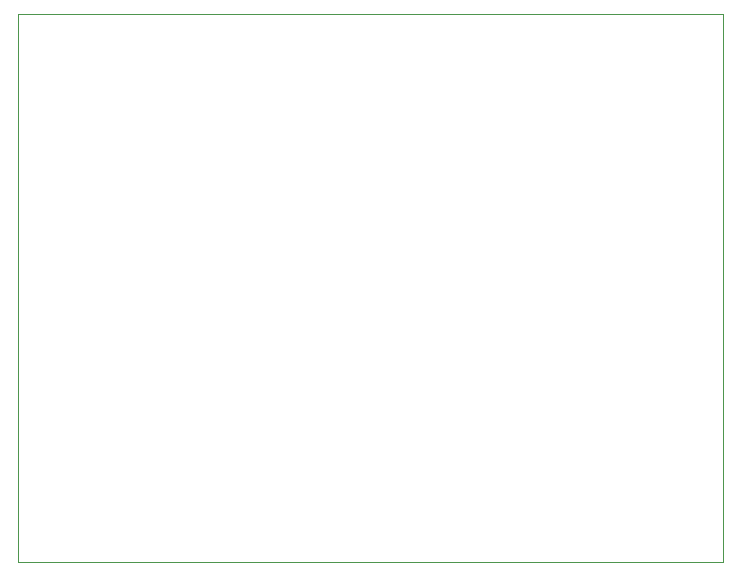
<source format=gbr>
%FSLAX34Y34*%
%MOMM*%
%LNOUTLINE*%
G71*
G01*
%ADD10C, 0.10*%
%LPD*%
G54D10*
X31750Y514350D02*
X628650Y514350D01*
X628650Y977900D01*
X31750Y977900D01*
X31750Y514350D01*
M02*

</source>
